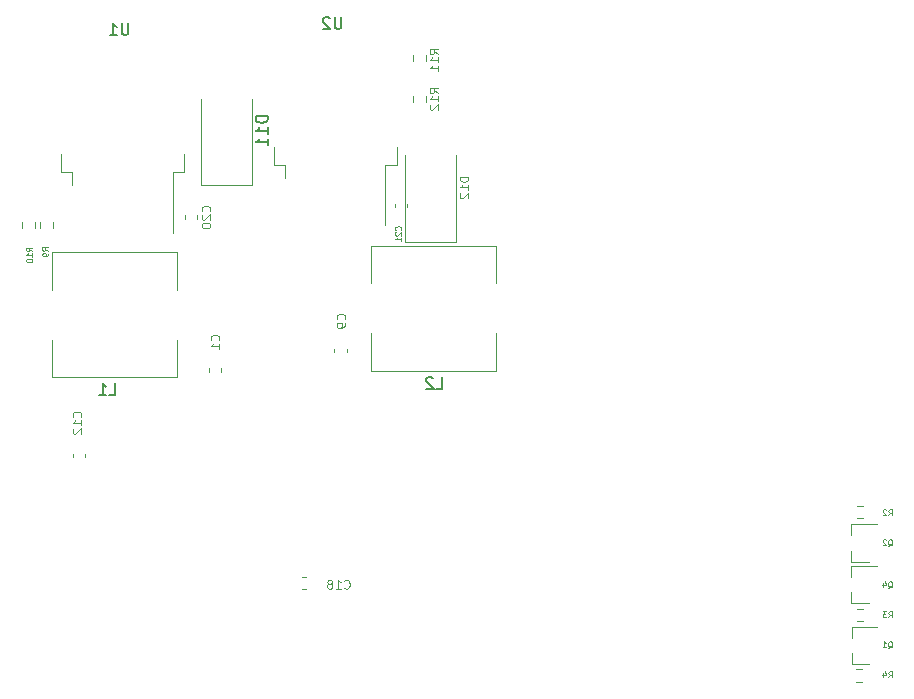
<source format=gbr>
G04 #@! TF.GenerationSoftware,KiCad,Pcbnew,5.1.9*
G04 #@! TF.CreationDate,2021-04-04T11:54:02+02:00*
G04 #@! TF.ProjectId,Robot volledig,526f626f-7420-4766-9f6c-6c656469672e,rev?*
G04 #@! TF.SameCoordinates,Original*
G04 #@! TF.FileFunction,Legend,Bot*
G04 #@! TF.FilePolarity,Positive*
%FSLAX46Y46*%
G04 Gerber Fmt 4.6, Leading zero omitted, Abs format (unit mm)*
G04 Created by KiCad (PCBNEW 5.1.9) date 2021-04-04 11:54:02*
%MOMM*%
%LPD*%
G01*
G04 APERTURE LIST*
%ADD10C,0.120000*%
%ADD11C,0.150000*%
%ADD12C,0.100000*%
G04 APERTURE END LIST*
D10*
X140836000Y-77611240D02*
X140836000Y-79111240D01*
X140836000Y-79111240D02*
X139886000Y-79111240D01*
X139886000Y-79111240D02*
X139886000Y-84236240D01*
X130436000Y-77611240D02*
X130436000Y-79111240D01*
X130436000Y-79111240D02*
X131386000Y-79111240D01*
X131386000Y-79111240D02*
X131386000Y-80211240D01*
X131443000Y-102953433D02*
X131443000Y-103245967D01*
X132463000Y-102953433D02*
X132463000Y-103245967D01*
X150880233Y-114418000D02*
X151172767Y-114418000D01*
X150880233Y-113398000D02*
X151172767Y-113398000D01*
X153591800Y-94061233D02*
X153591800Y-94353767D01*
X154611800Y-94061233D02*
X154611800Y-94353767D01*
X144020000Y-96004767D02*
X144020000Y-95712233D01*
X143000000Y-96004767D02*
X143000000Y-95712233D01*
X140300000Y-96500000D02*
X140300000Y-93300000D01*
X129700000Y-96500000D02*
X140300000Y-96500000D01*
X129700000Y-93300000D02*
X129700000Y-96500000D01*
X129700000Y-85900000D02*
X129700000Y-89100000D01*
X140300000Y-85900000D02*
X129700000Y-85900000D01*
X140300000Y-89100000D02*
X140300000Y-85900000D01*
X156660560Y-92737360D02*
X156660560Y-95937360D01*
X156660560Y-95937360D02*
X167260560Y-95937360D01*
X167260560Y-95937360D02*
X167260560Y-92737360D01*
X167260560Y-88537360D02*
X167260560Y-85337360D01*
X167260560Y-85337360D02*
X156660560Y-85337360D01*
X156660560Y-85337360D02*
X156660560Y-88537360D01*
X198337264Y-108401380D02*
X197827816Y-108401380D01*
X198337264Y-107356380D02*
X197827816Y-107356380D01*
X198374724Y-116063500D02*
X197865276Y-116063500D01*
X198374724Y-117108500D02*
X197865276Y-117108500D01*
X198249624Y-122254540D02*
X197740176Y-122254540D01*
X198249624Y-121209540D02*
X197740176Y-121209540D01*
X127177500Y-83854724D02*
X127177500Y-83345276D01*
X128222500Y-83854724D02*
X128222500Y-83345276D01*
X128697460Y-83348736D02*
X128697460Y-83858184D01*
X129742460Y-83348736D02*
X129742460Y-83858184D01*
X161304500Y-69237776D02*
X161304500Y-69747224D01*
X160259500Y-69237776D02*
X160259500Y-69747224D01*
X160259500Y-72643276D02*
X160259500Y-73152724D01*
X161304500Y-72643276D02*
X161304500Y-73152724D01*
X149401000Y-78488240D02*
X149401000Y-79588240D01*
X148451000Y-78488240D02*
X149401000Y-78488240D01*
X148451000Y-76988240D02*
X148451000Y-78488240D01*
X157901000Y-78488240D02*
X157901000Y-83613240D01*
X158851000Y-78488240D02*
X157901000Y-78488240D01*
X158851000Y-76988240D02*
X158851000Y-78488240D01*
X146620120Y-80198040D02*
X142320120Y-80198040D01*
X142320120Y-80198040D02*
X142320120Y-72898040D01*
X146620120Y-80198040D02*
X146620120Y-72898040D01*
X163850000Y-85000000D02*
X163850000Y-77700000D01*
X159550000Y-85000000D02*
X159550000Y-77700000D01*
X163850000Y-85000000D02*
X159550000Y-85000000D01*
X197376000Y-120772000D02*
X197376000Y-119842000D01*
X197376000Y-117612000D02*
X197376000Y-118542000D01*
X197376000Y-117612000D02*
X199536000Y-117612000D01*
X197376000Y-120772000D02*
X198836000Y-120772000D01*
X197359240Y-112090320D02*
X197359240Y-111160320D01*
X197359240Y-108930320D02*
X197359240Y-109860320D01*
X197359240Y-108930320D02*
X199519240Y-108930320D01*
X197359240Y-112090320D02*
X198819240Y-112090320D01*
X197360000Y-115626000D02*
X198820000Y-115626000D01*
X197360000Y-112466000D02*
X199520000Y-112466000D01*
X197360000Y-112466000D02*
X197360000Y-113396000D01*
X197360000Y-115626000D02*
X197360000Y-114696000D01*
X140968000Y-83050767D02*
X140968000Y-82758233D01*
X141988000Y-83050767D02*
X141988000Y-82758233D01*
X158748000Y-81795233D02*
X158748000Y-82087767D01*
X159768000Y-81795233D02*
X159768000Y-82087767D01*
D11*
X136143904Y-66508380D02*
X136143904Y-67317904D01*
X136096285Y-67413142D01*
X136048666Y-67460761D01*
X135953428Y-67508380D01*
X135762952Y-67508380D01*
X135667714Y-67460761D01*
X135620095Y-67413142D01*
X135572476Y-67317904D01*
X135572476Y-66508380D01*
X134572476Y-67508380D02*
X135143904Y-67508380D01*
X134858190Y-67508380D02*
X134858190Y-66508380D01*
X134953428Y-66651238D01*
X135048666Y-66746476D01*
X135143904Y-66794095D01*
D12*
X132093857Y-99847857D02*
X132129571Y-99812142D01*
X132165285Y-99705000D01*
X132165285Y-99633571D01*
X132129571Y-99526428D01*
X132058142Y-99455000D01*
X131986714Y-99419285D01*
X131843857Y-99383571D01*
X131736714Y-99383571D01*
X131593857Y-99419285D01*
X131522428Y-99455000D01*
X131451000Y-99526428D01*
X131415285Y-99633571D01*
X131415285Y-99705000D01*
X131451000Y-99812142D01*
X131486714Y-99847857D01*
X132165285Y-100562142D02*
X132165285Y-100133571D01*
X132165285Y-100347857D02*
X131415285Y-100347857D01*
X131522428Y-100276428D01*
X131593857Y-100205000D01*
X131629571Y-100133571D01*
X131486714Y-100847857D02*
X131451000Y-100883571D01*
X131415285Y-100955000D01*
X131415285Y-101133571D01*
X131451000Y-101205000D01*
X131486714Y-101240714D01*
X131558142Y-101276428D01*
X131629571Y-101276428D01*
X131736714Y-101240714D01*
X132165285Y-100812142D01*
X132165285Y-101276428D01*
X154406142Y-114313857D02*
X154441857Y-114349571D01*
X154549000Y-114385285D01*
X154620428Y-114385285D01*
X154727571Y-114349571D01*
X154799000Y-114278142D01*
X154834714Y-114206714D01*
X154870428Y-114063857D01*
X154870428Y-113956714D01*
X154834714Y-113813857D01*
X154799000Y-113742428D01*
X154727571Y-113671000D01*
X154620428Y-113635285D01*
X154549000Y-113635285D01*
X154441857Y-113671000D01*
X154406142Y-113706714D01*
X153691857Y-114385285D02*
X154120428Y-114385285D01*
X153906142Y-114385285D02*
X153906142Y-113635285D01*
X153977571Y-113742428D01*
X154049000Y-113813857D01*
X154120428Y-113849571D01*
X153263285Y-113956714D02*
X153334714Y-113921000D01*
X153370428Y-113885285D01*
X153406142Y-113813857D01*
X153406142Y-113778142D01*
X153370428Y-113706714D01*
X153334714Y-113671000D01*
X153263285Y-113635285D01*
X153120428Y-113635285D01*
X153049000Y-113671000D01*
X153013285Y-113706714D01*
X152977571Y-113778142D01*
X152977571Y-113813857D01*
X153013285Y-113885285D01*
X153049000Y-113921000D01*
X153120428Y-113956714D01*
X153263285Y-113956714D01*
X153334714Y-113992428D01*
X153370428Y-114028142D01*
X153406142Y-114099571D01*
X153406142Y-114242428D01*
X153370428Y-114313857D01*
X153334714Y-114349571D01*
X153263285Y-114385285D01*
X153120428Y-114385285D01*
X153049000Y-114349571D01*
X153013285Y-114313857D01*
X152977571Y-114242428D01*
X152977571Y-114099571D01*
X153013285Y-114028142D01*
X153049000Y-113992428D01*
X153120428Y-113956714D01*
X154445857Y-91569000D02*
X154481571Y-91533285D01*
X154517285Y-91426142D01*
X154517285Y-91354714D01*
X154481571Y-91247571D01*
X154410142Y-91176142D01*
X154338714Y-91140428D01*
X154195857Y-91104714D01*
X154088714Y-91104714D01*
X153945857Y-91140428D01*
X153874428Y-91176142D01*
X153803000Y-91247571D01*
X153767285Y-91354714D01*
X153767285Y-91426142D01*
X153803000Y-91533285D01*
X153838714Y-91569000D01*
X154517285Y-91926142D02*
X154517285Y-92069000D01*
X154481571Y-92140428D01*
X154445857Y-92176142D01*
X154338714Y-92247571D01*
X154195857Y-92283285D01*
X153910142Y-92283285D01*
X153838714Y-92247571D01*
X153803000Y-92211857D01*
X153767285Y-92140428D01*
X153767285Y-91997571D01*
X153803000Y-91926142D01*
X153838714Y-91890428D01*
X153910142Y-91854714D01*
X154088714Y-91854714D01*
X154160142Y-91890428D01*
X154195857Y-91926142D01*
X154231571Y-91997571D01*
X154231571Y-92140428D01*
X154195857Y-92211857D01*
X154160142Y-92247571D01*
X154088714Y-92283285D01*
X143777857Y-93347000D02*
X143813571Y-93311285D01*
X143849285Y-93204142D01*
X143849285Y-93132714D01*
X143813571Y-93025571D01*
X143742142Y-92954142D01*
X143670714Y-92918428D01*
X143527857Y-92882714D01*
X143420714Y-92882714D01*
X143277857Y-92918428D01*
X143206428Y-92954142D01*
X143135000Y-93025571D01*
X143099285Y-93132714D01*
X143099285Y-93204142D01*
X143135000Y-93311285D01*
X143170714Y-93347000D01*
X143849285Y-94061285D02*
X143849285Y-93632714D01*
X143849285Y-93847000D02*
X143099285Y-93847000D01*
X143206428Y-93775571D01*
X143277857Y-93704142D01*
X143313571Y-93632714D01*
D11*
X134532666Y-97988380D02*
X135008857Y-97988380D01*
X135008857Y-96988380D01*
X133675523Y-97988380D02*
X134246952Y-97988380D01*
X133961238Y-97988380D02*
X133961238Y-96988380D01*
X134056476Y-97131238D01*
X134151714Y-97226476D01*
X134246952Y-97274095D01*
X162218666Y-97480380D02*
X162694857Y-97480380D01*
X162694857Y-96480380D01*
X161932952Y-96575619D02*
X161885333Y-96528000D01*
X161790095Y-96480380D01*
X161552000Y-96480380D01*
X161456761Y-96528000D01*
X161409142Y-96575619D01*
X161361523Y-96670857D01*
X161361523Y-96766095D01*
X161409142Y-96908952D01*
X161980571Y-97480380D01*
X161361523Y-97480380D01*
D12*
X200489333Y-108176190D02*
X200656000Y-107938095D01*
X200775047Y-108176190D02*
X200775047Y-107676190D01*
X200584571Y-107676190D01*
X200536952Y-107700000D01*
X200513142Y-107723809D01*
X200489333Y-107771428D01*
X200489333Y-107842857D01*
X200513142Y-107890476D01*
X200536952Y-107914285D01*
X200584571Y-107938095D01*
X200775047Y-107938095D01*
X200298857Y-107723809D02*
X200275047Y-107700000D01*
X200227428Y-107676190D01*
X200108380Y-107676190D01*
X200060761Y-107700000D01*
X200036952Y-107723809D01*
X200013142Y-107771428D01*
X200013142Y-107819047D01*
X200036952Y-107890476D01*
X200322666Y-108176190D01*
X200013142Y-108176190D01*
X200489333Y-116812190D02*
X200656000Y-116574095D01*
X200775047Y-116812190D02*
X200775047Y-116312190D01*
X200584571Y-116312190D01*
X200536952Y-116336000D01*
X200513142Y-116359809D01*
X200489333Y-116407428D01*
X200489333Y-116478857D01*
X200513142Y-116526476D01*
X200536952Y-116550285D01*
X200584571Y-116574095D01*
X200775047Y-116574095D01*
X200322666Y-116312190D02*
X200013142Y-116312190D01*
X200179809Y-116502666D01*
X200108380Y-116502666D01*
X200060761Y-116526476D01*
X200036952Y-116550285D01*
X200013142Y-116597904D01*
X200013142Y-116716952D01*
X200036952Y-116764571D01*
X200060761Y-116788380D01*
X200108380Y-116812190D01*
X200251238Y-116812190D01*
X200298857Y-116788380D01*
X200322666Y-116764571D01*
X200489333Y-121892190D02*
X200656000Y-121654095D01*
X200775047Y-121892190D02*
X200775047Y-121392190D01*
X200584571Y-121392190D01*
X200536952Y-121416000D01*
X200513142Y-121439809D01*
X200489333Y-121487428D01*
X200489333Y-121558857D01*
X200513142Y-121606476D01*
X200536952Y-121630285D01*
X200584571Y-121654095D01*
X200775047Y-121654095D01*
X200060761Y-121558857D02*
X200060761Y-121892190D01*
X200179809Y-121368380D02*
X200298857Y-121725523D01*
X199989333Y-121725523D01*
X129356190Y-85768666D02*
X129118095Y-85602000D01*
X129356190Y-85482952D02*
X128856190Y-85482952D01*
X128856190Y-85673428D01*
X128880000Y-85721047D01*
X128903809Y-85744857D01*
X128951428Y-85768666D01*
X129022857Y-85768666D01*
X129070476Y-85744857D01*
X129094285Y-85721047D01*
X129118095Y-85673428D01*
X129118095Y-85482952D01*
X129356190Y-86006761D02*
X129356190Y-86102000D01*
X129332380Y-86149619D01*
X129308571Y-86173428D01*
X129237142Y-86221047D01*
X129141904Y-86244857D01*
X128951428Y-86244857D01*
X128903809Y-86221047D01*
X128880000Y-86197238D01*
X128856190Y-86149619D01*
X128856190Y-86054380D01*
X128880000Y-86006761D01*
X128903809Y-85982952D01*
X128951428Y-85959142D01*
X129070476Y-85959142D01*
X129118095Y-85982952D01*
X129141904Y-86006761D01*
X129165714Y-86054380D01*
X129165714Y-86149619D01*
X129141904Y-86197238D01*
X129118095Y-86221047D01*
X129070476Y-86244857D01*
X127988190Y-85784571D02*
X127750095Y-85617904D01*
X127988190Y-85498857D02*
X127488190Y-85498857D01*
X127488190Y-85689333D01*
X127512000Y-85736952D01*
X127535809Y-85760761D01*
X127583428Y-85784571D01*
X127654857Y-85784571D01*
X127702476Y-85760761D01*
X127726285Y-85736952D01*
X127750095Y-85689333D01*
X127750095Y-85498857D01*
X127988190Y-86260761D02*
X127988190Y-85975047D01*
X127988190Y-86117904D02*
X127488190Y-86117904D01*
X127559619Y-86070285D01*
X127607238Y-86022666D01*
X127631047Y-85975047D01*
X127488190Y-86570285D02*
X127488190Y-86617904D01*
X127512000Y-86665523D01*
X127535809Y-86689333D01*
X127583428Y-86713142D01*
X127678666Y-86736952D01*
X127797714Y-86736952D01*
X127892952Y-86713142D01*
X127940571Y-86689333D01*
X127964380Y-86665523D01*
X127988190Y-86617904D01*
X127988190Y-86570285D01*
X127964380Y-86522666D01*
X127940571Y-86498857D01*
X127892952Y-86475047D01*
X127797714Y-86451238D01*
X127678666Y-86451238D01*
X127583428Y-86475047D01*
X127535809Y-86498857D01*
X127512000Y-86522666D01*
X127488190Y-86570285D01*
X162391285Y-69113857D02*
X162034142Y-68863857D01*
X162391285Y-68685285D02*
X161641285Y-68685285D01*
X161641285Y-68971000D01*
X161677000Y-69042428D01*
X161712714Y-69078142D01*
X161784142Y-69113857D01*
X161891285Y-69113857D01*
X161962714Y-69078142D01*
X161998428Y-69042428D01*
X162034142Y-68971000D01*
X162034142Y-68685285D01*
X162391285Y-69828142D02*
X162391285Y-69399571D01*
X162391285Y-69613857D02*
X161641285Y-69613857D01*
X161748428Y-69542428D01*
X161819857Y-69471000D01*
X161855571Y-69399571D01*
X162391285Y-70542428D02*
X162391285Y-70113857D01*
X162391285Y-70328142D02*
X161641285Y-70328142D01*
X161748428Y-70256714D01*
X161819857Y-70185285D01*
X161855571Y-70113857D01*
X162391285Y-72415857D02*
X162034142Y-72165857D01*
X162391285Y-71987285D02*
X161641285Y-71987285D01*
X161641285Y-72273000D01*
X161677000Y-72344428D01*
X161712714Y-72380142D01*
X161784142Y-72415857D01*
X161891285Y-72415857D01*
X161962714Y-72380142D01*
X161998428Y-72344428D01*
X162034142Y-72273000D01*
X162034142Y-71987285D01*
X162391285Y-73130142D02*
X162391285Y-72701571D01*
X162391285Y-72915857D02*
X161641285Y-72915857D01*
X161748428Y-72844428D01*
X161819857Y-72773000D01*
X161855571Y-72701571D01*
X161712714Y-73415857D02*
X161677000Y-73451571D01*
X161641285Y-73523000D01*
X161641285Y-73701571D01*
X161677000Y-73773000D01*
X161712714Y-73808714D01*
X161784142Y-73844428D01*
X161855571Y-73844428D01*
X161962714Y-73808714D01*
X162391285Y-73380142D01*
X162391285Y-73844428D01*
D11*
X154177904Y-66000380D02*
X154177904Y-66809904D01*
X154130285Y-66905142D01*
X154082666Y-66952761D01*
X153987428Y-67000380D01*
X153796952Y-67000380D01*
X153701714Y-66952761D01*
X153654095Y-66905142D01*
X153606476Y-66809904D01*
X153606476Y-66000380D01*
X153177904Y-66095619D02*
X153130285Y-66048000D01*
X153035047Y-66000380D01*
X152796952Y-66000380D01*
X152701714Y-66048000D01*
X152654095Y-66095619D01*
X152606476Y-66190857D01*
X152606476Y-66286095D01*
X152654095Y-66428952D01*
X153225523Y-67000380D01*
X152606476Y-67000380D01*
X147922500Y-74383754D02*
X146922500Y-74383754D01*
X146922500Y-74621849D01*
X146970120Y-74764706D01*
X147065358Y-74859944D01*
X147160596Y-74907563D01*
X147351072Y-74955182D01*
X147493929Y-74955182D01*
X147684405Y-74907563D01*
X147779643Y-74859944D01*
X147874881Y-74764706D01*
X147922500Y-74621849D01*
X147922500Y-74383754D01*
X147922500Y-75907563D02*
X147922500Y-75336135D01*
X147922500Y-75621849D02*
X146922500Y-75621849D01*
X147065358Y-75526611D01*
X147160596Y-75431373D01*
X147208215Y-75336135D01*
X147922500Y-76859944D02*
X147922500Y-76288516D01*
X147922500Y-76574230D02*
X146922500Y-76574230D01*
X147065358Y-76478992D01*
X147160596Y-76383754D01*
X147208215Y-76288516D01*
D12*
X164931285Y-79489285D02*
X164181285Y-79489285D01*
X164181285Y-79667857D01*
X164217000Y-79775000D01*
X164288428Y-79846428D01*
X164359857Y-79882142D01*
X164502714Y-79917857D01*
X164609857Y-79917857D01*
X164752714Y-79882142D01*
X164824142Y-79846428D01*
X164895571Y-79775000D01*
X164931285Y-79667857D01*
X164931285Y-79489285D01*
X164931285Y-80632142D02*
X164931285Y-80203571D01*
X164931285Y-80417857D02*
X164181285Y-80417857D01*
X164288428Y-80346428D01*
X164359857Y-80275000D01*
X164395571Y-80203571D01*
X164252714Y-80917857D02*
X164217000Y-80953571D01*
X164181285Y-81025000D01*
X164181285Y-81203571D01*
X164217000Y-81275000D01*
X164252714Y-81310714D01*
X164324142Y-81346428D01*
X164395571Y-81346428D01*
X164502714Y-81310714D01*
X164931285Y-80882142D01*
X164931285Y-81346428D01*
X200453619Y-119399809D02*
X200501238Y-119376000D01*
X200548857Y-119328380D01*
X200620285Y-119256952D01*
X200667904Y-119233142D01*
X200715523Y-119233142D01*
X200691714Y-119352190D02*
X200739333Y-119328380D01*
X200786952Y-119280761D01*
X200810761Y-119185523D01*
X200810761Y-119018857D01*
X200786952Y-118923619D01*
X200739333Y-118876000D01*
X200691714Y-118852190D01*
X200596476Y-118852190D01*
X200548857Y-118876000D01*
X200501238Y-118923619D01*
X200477428Y-119018857D01*
X200477428Y-119185523D01*
X200501238Y-119280761D01*
X200548857Y-119328380D01*
X200596476Y-119352190D01*
X200691714Y-119352190D01*
X200001238Y-119352190D02*
X200286952Y-119352190D01*
X200144095Y-119352190D02*
X200144095Y-118852190D01*
X200191714Y-118923619D01*
X200239333Y-118971238D01*
X200286952Y-118995047D01*
X200453619Y-110763809D02*
X200501238Y-110740000D01*
X200548857Y-110692380D01*
X200620285Y-110620952D01*
X200667904Y-110597142D01*
X200715523Y-110597142D01*
X200691714Y-110716190D02*
X200739333Y-110692380D01*
X200786952Y-110644761D01*
X200810761Y-110549523D01*
X200810761Y-110382857D01*
X200786952Y-110287619D01*
X200739333Y-110240000D01*
X200691714Y-110216190D01*
X200596476Y-110216190D01*
X200548857Y-110240000D01*
X200501238Y-110287619D01*
X200477428Y-110382857D01*
X200477428Y-110549523D01*
X200501238Y-110644761D01*
X200548857Y-110692380D01*
X200596476Y-110716190D01*
X200691714Y-110716190D01*
X200286952Y-110263809D02*
X200263142Y-110240000D01*
X200215523Y-110216190D01*
X200096476Y-110216190D01*
X200048857Y-110240000D01*
X200025047Y-110263809D01*
X200001238Y-110311428D01*
X200001238Y-110359047D01*
X200025047Y-110430476D01*
X200310761Y-110716190D01*
X200001238Y-110716190D01*
X200453619Y-114319809D02*
X200501238Y-114296000D01*
X200548857Y-114248380D01*
X200620285Y-114176952D01*
X200667904Y-114153142D01*
X200715523Y-114153142D01*
X200691714Y-114272190D02*
X200739333Y-114248380D01*
X200786952Y-114200761D01*
X200810761Y-114105523D01*
X200810761Y-113938857D01*
X200786952Y-113843619D01*
X200739333Y-113796000D01*
X200691714Y-113772190D01*
X200596476Y-113772190D01*
X200548857Y-113796000D01*
X200501238Y-113843619D01*
X200477428Y-113938857D01*
X200477428Y-114105523D01*
X200501238Y-114200761D01*
X200548857Y-114248380D01*
X200596476Y-114272190D01*
X200691714Y-114272190D01*
X200048857Y-113938857D02*
X200048857Y-114272190D01*
X200167904Y-113748380D02*
X200286952Y-114105523D01*
X199977428Y-114105523D01*
X143015857Y-82422357D02*
X143051571Y-82386642D01*
X143087285Y-82279500D01*
X143087285Y-82208071D01*
X143051571Y-82100928D01*
X142980142Y-82029500D01*
X142908714Y-81993785D01*
X142765857Y-81958071D01*
X142658714Y-81958071D01*
X142515857Y-81993785D01*
X142444428Y-82029500D01*
X142373000Y-82100928D01*
X142337285Y-82208071D01*
X142337285Y-82279500D01*
X142373000Y-82386642D01*
X142408714Y-82422357D01*
X142408714Y-82708071D02*
X142373000Y-82743785D01*
X142337285Y-82815214D01*
X142337285Y-82993785D01*
X142373000Y-83065214D01*
X142408714Y-83100928D01*
X142480142Y-83136642D01*
X142551571Y-83136642D01*
X142658714Y-83100928D01*
X143087285Y-82672357D01*
X143087285Y-83136642D01*
X142337285Y-83600928D02*
X142337285Y-83672357D01*
X142373000Y-83743785D01*
X142408714Y-83779500D01*
X142480142Y-83815214D01*
X142623000Y-83850928D01*
X142801571Y-83850928D01*
X142944428Y-83815214D01*
X143015857Y-83779500D01*
X143051571Y-83743785D01*
X143087285Y-83672357D01*
X143087285Y-83600928D01*
X143051571Y-83529500D01*
X143015857Y-83493785D01*
X142944428Y-83458071D01*
X142801571Y-83422357D01*
X142623000Y-83422357D01*
X142480142Y-83458071D01*
X142408714Y-83493785D01*
X142373000Y-83529500D01*
X142337285Y-83600928D01*
X159182571Y-84006571D02*
X159206380Y-83982761D01*
X159230190Y-83911333D01*
X159230190Y-83863714D01*
X159206380Y-83792285D01*
X159158761Y-83744666D01*
X159111142Y-83720857D01*
X159015904Y-83697047D01*
X158944476Y-83697047D01*
X158849238Y-83720857D01*
X158801619Y-83744666D01*
X158754000Y-83792285D01*
X158730190Y-83863714D01*
X158730190Y-83911333D01*
X158754000Y-83982761D01*
X158777809Y-84006571D01*
X158777809Y-84197047D02*
X158754000Y-84220857D01*
X158730190Y-84268476D01*
X158730190Y-84387523D01*
X158754000Y-84435142D01*
X158777809Y-84458952D01*
X158825428Y-84482761D01*
X158873047Y-84482761D01*
X158944476Y-84458952D01*
X159230190Y-84173238D01*
X159230190Y-84482761D01*
X159230190Y-84958952D02*
X159230190Y-84673238D01*
X159230190Y-84816095D02*
X158730190Y-84816095D01*
X158801619Y-84768476D01*
X158849238Y-84720857D01*
X158873047Y-84673238D01*
M02*

</source>
